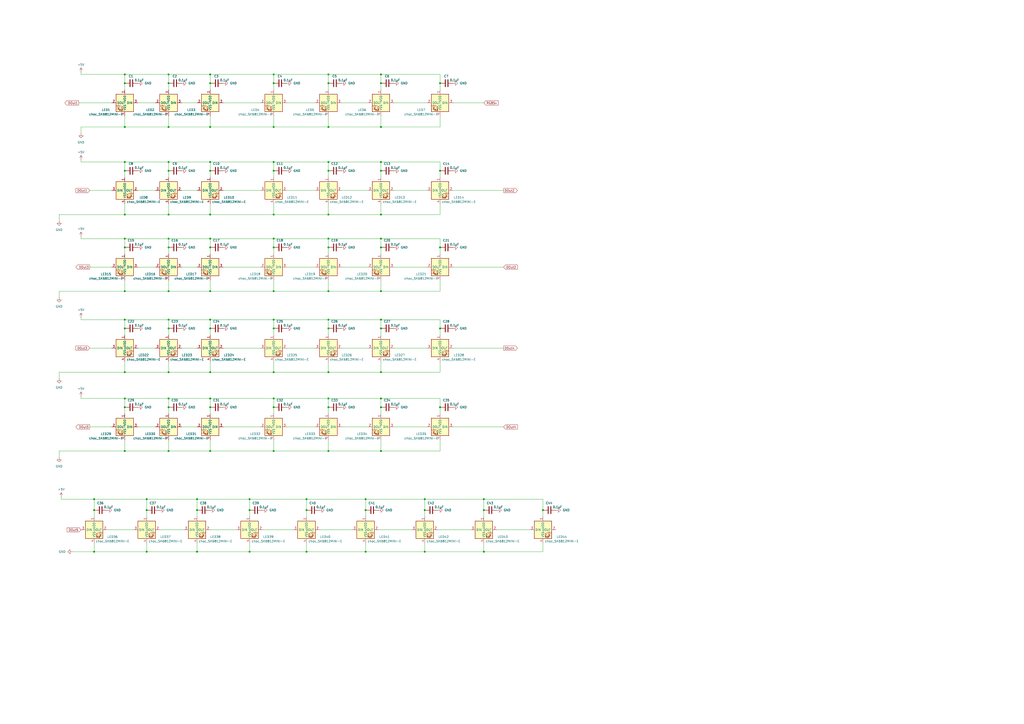
<source format=kicad_sch>
(kicad_sch (version 20250114) (generator "eeschema") (generator_version "9.0")
  (paper "A2")
  (junction (at 255.27 236.22))
  (junction (at 121.92 215.9))
  (junction (at 190.5 168.91))
  (junction (at 220.98 43.18))
  (junction (at 158.75 73.66))
  (junction (at 72.39 231.14))
  (junction (at 121.92 93.98))
  (junction (at 97.79 73.66))
  (junction (at 97.79 168.91))
  (junction (at 72.39 124.46))
  (junction (at 212.09 320.04))
  (junction (at 114.3 295.91))
  (junction (at 158.75 48.26))
  (junction (at 72.39 99.06))
  (junction (at 114.3 320.04))
  (junction (at 54.61 295.91))
  (junction (at 158.75 190.5))
  (junction (at 97.79 185.42))
  (junction (at 158.75 236.22))
  (junction (at 72.39 168.91))
  (junction (at 97.79 261.62))
  (junction (at 220.98 143.51))
  (junction (at 121.92 124.46))
  (junction (at 85.09 295.91))
  (junction (at 97.79 93.98))
  (junction (at 97.79 124.46))
  (junction (at 190.5 190.5))
  (junction (at 97.79 236.22))
  (junction (at 72.39 43.18))
  (junction (at 158.75 99.06))
  (junction (at 121.92 99.06))
  (junction (at 190.5 138.43))
  (junction (at 220.98 73.66))
  (junction (at 158.75 124.46))
  (junction (at 280.67 320.04))
  (junction (at 190.5 143.51))
  (junction (at 190.5 185.42))
  (junction (at 54.61 320.04))
  (junction (at 97.79 231.14))
  (junction (at 158.75 185.42))
  (junction (at 190.5 215.9))
  (junction (at 220.98 168.91))
  (junction (at 121.92 236.22))
  (junction (at 121.92 231.14))
  (junction (at 72.39 48.26))
  (junction (at 158.75 261.62))
  (junction (at 144.78 320.04))
  (junction (at 177.8 295.91))
  (junction (at 121.92 43.18))
  (junction (at 54.61 289.56))
  (junction (at 158.75 143.51))
  (junction (at 177.8 320.04))
  (junction (at 220.98 215.9))
  (junction (at 220.98 261.62))
  (junction (at 220.98 231.14))
  (junction (at 190.5 124.46))
  (junction (at 121.92 138.43))
  (junction (at 190.5 99.06))
  (junction (at 72.39 143.51))
  (junction (at 97.79 215.9))
  (junction (at 97.79 143.51))
  (junction (at 72.39 215.9))
  (junction (at 85.09 289.56))
  (junction (at 255.27 190.5))
  (junction (at 144.78 295.91))
  (junction (at 158.75 43.18))
  (junction (at 255.27 143.51))
  (junction (at 220.98 93.98))
  (junction (at 190.5 43.18))
  (junction (at 220.98 236.22))
  (junction (at 220.98 138.43))
  (junction (at 220.98 48.26))
  (junction (at 97.79 99.06))
  (junction (at 190.5 236.22))
  (junction (at 72.39 138.43))
  (junction (at 220.98 190.5))
  (junction (at 246.38 320.04))
  (junction (at 144.78 289.56))
  (junction (at 121.92 261.62))
  (junction (at 220.98 185.42))
  (junction (at 220.98 99.06))
  (junction (at 255.27 48.26))
  (junction (at 246.38 295.91))
  (junction (at 72.39 236.22))
  (junction (at 97.79 190.5))
  (junction (at 97.79 138.43))
  (junction (at 72.39 190.5))
  (junction (at 72.39 73.66))
  (junction (at 158.75 168.91))
  (junction (at 314.96 295.91))
  (junction (at 158.75 231.14))
  (junction (at 72.39 261.62))
  (junction (at 121.92 190.5))
  (junction (at 280.67 289.56))
  (junction (at 72.39 93.98))
  (junction (at 158.75 93.98))
  (junction (at 177.8 289.56))
  (junction (at 190.5 261.62))
  (junction (at 212.09 289.56))
  (junction (at 158.75 215.9))
  (junction (at 255.27 99.06))
  (junction (at 114.3 289.56))
  (junction (at 121.92 143.51))
  (junction (at 190.5 231.14))
  (junction (at 121.92 168.91))
  (junction (at 72.39 185.42))
  (junction (at 121.92 73.66))
  (junction (at 97.79 43.18))
  (junction (at 85.09 320.04))
  (junction (at 97.79 48.26))
  (junction (at 121.92 185.42))
  (junction (at 158.75 138.43))
  (junction (at 212.09 295.91))
  (junction (at 190.5 48.26))
  (junction (at 220.98 124.46))
  (junction (at 121.92 48.26))
  (junction (at 280.67 295.91))
  (junction (at 190.5 73.66))
  (junction (at 246.38 289.56))
  (junction (at 190.5 93.98))
  (wire (pts (xy 46.99 92.71) (xy 46.99 93.98)))
  (wire (pts (xy 144.78 289.56) (xy 144.78 295.91)))
  (wire (pts (xy 54.61 289.56) (xy 35.56 289.56)))
  (wire (pts (xy 198.12 201.93) (xy 213.36 201.93)))
  (wire (pts (xy 46.99 73.66) (xy 72.39 73.66)))
  (wire (pts (xy 190.5 73.66) (xy 220.98 73.66)))
  (wire (pts (xy 121.92 209.55) (xy 121.92 215.9)))
  (wire (pts (xy 280.67 314.96) (xy 280.67 320.04)))
  (wire (pts (xy 158.75 102.87) (xy 158.75 99.06)))
  (wire (pts (xy 255.27 215.9) (xy 255.27 209.55)))
  (wire (pts (xy 129.54 201.93) (xy 151.13 201.93)))
  (wire (pts (xy 220.98 194.31) (xy 220.98 190.5)))
  (wire (pts (xy 97.79 102.87) (xy 97.79 99.06)))
  (wire (pts (xy 114.3 314.96) (xy 114.3 320.04)))
  (wire (pts (xy 158.75 209.55) (xy 158.75 215.9)))
  (wire (pts (xy 255.27 147.32) (xy 255.27 143.51)))
  (wire (pts (xy 198.12 154.94) (xy 213.36 154.94)))
  (wire (pts (xy 105.41 201.93) (xy 114.3 201.93)))
  (wire (pts (xy 228.6 247.65) (xy 247.65 247.65)))
  (wire (pts (xy 121.92 124.46) (xy 158.75 124.46)))
  (wire (pts (xy 190.5 231.14) (xy 220.98 231.14)))
  (wire (pts (xy 105.41 154.94) (xy 114.3 154.94)))
  (wire (pts (xy 190.5 261.62) (xy 220.98 261.62)))
  (wire (pts (xy 314.96 320.04) (xy 280.67 320.04)))
  (wire (pts (xy 121.92 48.26) (xy 121.92 43.18)))
  (wire (pts (xy 121.92 194.31) (xy 121.92 190.5)))
  (wire (pts (xy 129.54 154.94) (xy 151.13 154.94)))
  (wire (pts (xy 220.98 43.18) (xy 220.98 48.26)))
  (wire (pts (xy 34.29 261.62) (xy 72.39 261.62)))
  (wire (pts (xy 72.39 255.27) (xy 72.39 261.62)))
  (wire (pts (xy 72.39 194.31) (xy 72.39 190.5)))
  (wire (pts (xy 190.5 168.91) (xy 220.98 168.91)))
  (wire (pts (xy 158.75 147.32) (xy 158.75 143.51)))
  (wire (pts (xy 220.98 67.31) (xy 220.98 73.66)))
  (wire (pts (xy 255.27 138.43) (xy 255.27 143.51)))
  (wire (pts (xy 121.92 190.5) (xy 121.92 185.42)))
  (wire (pts (xy 144.78 299.72) (xy 144.78 295.91)))
  (wire (pts (xy 114.3 320.04) (xy 144.78 320.04)))
  (wire (pts (xy 121.92 52.07) (xy 121.92 48.26)))
  (wire (pts (xy 220.98 168.91) (xy 255.27 168.91)))
  (wire (pts (xy 220.98 93.98) (xy 255.27 93.98)))
  (wire (pts (xy 220.98 240.03) (xy 220.98 236.22)))
  (wire (pts (xy 46.99 231.14) (xy 72.39 231.14)))
  (wire (pts (xy 34.29 124.46) (xy 34.29 128.27)))
  (wire (pts (xy 46.99 229.87) (xy 46.99 231.14)))
  (wire (pts (xy 121.92 143.51) (xy 121.92 138.43)))
  (wire (pts (xy 158.75 118.11) (xy 158.75 124.46)))
  (wire (pts (xy 34.29 215.9) (xy 34.29 219.71)))
  (wire (pts (xy 144.78 289.56) (xy 177.8 289.56)))
  (wire (pts (xy 129.54 59.69) (xy 151.13 59.69)))
  (wire (pts (xy 158.75 168.91) (xy 190.5 168.91)))
  (wire (pts (xy 288.29 307.34) (xy 307.34 307.34)))
  (wire (pts (xy 72.39 215.9) (xy 97.79 215.9)))
  (wire (pts (xy 72.39 124.46) (xy 97.79 124.46)))
  (wire (pts (xy 121.92 99.06) (xy 121.92 93.98)))
  (wire (pts (xy 85.09 295.91) (xy 85.09 299.72)))
  (wire (pts (xy 219.71 307.34) (xy 238.76 307.34)))
  (wire (pts (xy 246.38 289.56) (xy 280.67 289.56)))
  (wire (pts (xy 158.75 185.42) (xy 158.75 190.5)))
  (wire (pts (xy 72.39 67.31) (xy 72.39 73.66)))
  (wire (pts (xy 80.01 59.69) (xy 90.17 59.69)))
  (wire (pts (xy 220.98 261.62) (xy 255.27 261.62)))
  (wire (pts (xy 166.37 110.49) (xy 182.88 110.49)))
  (wire (pts (xy 97.79 93.98) (xy 121.92 93.98)))
  (wire (pts (xy 52.07 110.49) (xy 64.77 110.49)))
  (wire (pts (xy 254 307.34) (xy 273.05 307.34)))
  (wire (pts (xy 97.79 240.03) (xy 97.79 236.22)))
  (wire (pts (xy 255.27 240.03) (xy 255.27 236.22)))
  (wire (pts (xy 220.98 124.46) (xy 255.27 124.46)))
  (wire (pts (xy 190.5 102.87) (xy 190.5 99.06)))
  (wire (pts (xy 166.37 59.69) (xy 182.88 59.69)))
  (wire (pts (xy 190.5 67.31) (xy 190.5 73.66)))
  (wire (pts (xy 121.92 93.98) (xy 158.75 93.98)))
  (wire (pts (xy 246.38 314.96) (xy 246.38 320.04)))
  (wire (pts (xy 220.98 147.32) (xy 220.98 143.51)))
  (wire (pts (xy 72.39 147.32) (xy 72.39 143.51)))
  (wire (pts (xy 72.39 138.43) (xy 97.79 138.43)))
  (wire (pts (xy 190.5 93.98) (xy 190.5 99.06)))
  (wire (pts (xy 105.41 59.69) (xy 114.3 59.69)))
  (wire (pts (xy 114.3 289.56) (xy 144.78 289.56)))
  (wire (pts (xy 97.79 255.27) (xy 97.79 261.62)))
  (wire (pts (xy 177.8 289.56) (xy 212.09 289.56)))
  (wire (pts (xy 72.39 168.91) (xy 97.79 168.91)))
  (wire (pts (xy 97.79 194.31) (xy 97.79 190.5)))
  (wire (pts (xy 158.75 231.14) (xy 190.5 231.14)))
  (wire (pts (xy 190.5 138.43) (xy 190.5 143.51)))
  (wire (pts (xy 158.75 93.98) (xy 158.75 99.06)))
  (wire (pts (xy 46.99 73.66) (xy 46.99 77.47)))
  (wire (pts (xy 158.75 261.62) (xy 190.5 261.62)))
  (wire (pts (xy 97.79 43.18) (xy 121.92 43.18)))
  (wire (pts (xy 255.27 93.98) (xy 255.27 99.06)))
  (wire (pts (xy 114.3 295.91) (xy 114.3 299.72)))
  (wire (pts (xy 158.75 73.66) (xy 190.5 73.66)))
  (wire (pts (xy 220.98 118.11) (xy 220.98 124.46)))
  (wire (pts (xy 220.98 209.55) (xy 220.98 215.9)))
  (wire (pts (xy 121.92 147.32) (xy 121.92 143.51)))
  (wire (pts (xy 34.29 168.91) (xy 72.39 168.91)))
  (wire (pts (xy 121.92 261.62) (xy 158.75 261.62)))
  (wire (pts (xy 46.99 184.15) (xy 46.99 185.42)))
  (wire (pts (xy 144.78 320.04) (xy 144.78 314.96)))
  (wire (pts (xy 97.79 261.62) (xy 121.92 261.62)))
  (wire (pts (xy 246.38 320.04) (xy 212.09 320.04)))
  (wire (pts (xy 46.99 43.18) (xy 72.39 43.18)))
  (wire (pts (xy 54.61 320.04) (xy 85.09 320.04)))
  (wire (pts (xy 158.75 138.43) (xy 158.75 143.51)))
  (wire (pts (xy 80.01 154.94) (xy 90.17 154.94)))
  (wire (pts (xy 158.75 215.9) (xy 190.5 215.9)))
  (wire (pts (xy 190.5 43.18) (xy 220.98 43.18)))
  (wire (pts (xy 262.89 59.69) (xy 280.67 59.69)))
  (wire (pts (xy 220.98 138.43) (xy 220.98 143.51)))
  (wire (pts (xy 198.12 247.65) (xy 213.36 247.65)))
  (wire (pts (xy 190.5 124.46) (xy 220.98 124.46)))
  (wire (pts (xy 85.09 320.04) (xy 114.3 320.04)))
  (wire (pts (xy 72.39 143.51) (xy 72.39 138.43)))
  (wire (pts (xy 158.75 93.98) (xy 190.5 93.98)))
  (wire (pts (xy 177.8 320.04) (xy 144.78 320.04)))
  (wire (pts (xy 212.09 314.96) (xy 212.09 320.04)))
  (wire (pts (xy 228.6 201.93) (xy 247.65 201.93)))
  (wire (pts (xy 34.29 215.9) (xy 72.39 215.9)))
  (wire (pts (xy 72.39 99.06) (xy 72.39 93.98)))
  (wire (pts (xy 198.12 110.49) (xy 213.36 110.49)))
  (wire (pts (xy 220.98 215.9) (xy 255.27 215.9)))
  (wire (pts (xy 158.75 67.31) (xy 158.75 73.66)))
  (wire (pts (xy 72.39 102.87) (xy 72.39 99.06)))
  (wire (pts (xy 80.01 110.49) (xy 90.17 110.49)))
  (wire (pts (xy 158.75 255.27) (xy 158.75 261.62)))
  (wire (pts (xy 34.29 261.62) (xy 34.29 265.43)))
  (wire (pts (xy 220.98 43.18) (xy 255.27 43.18)))
  (wire (pts (xy 314.96 299.72) (xy 314.96 295.91)))
  (wire (pts (xy 46.99 138.43) (xy 72.39 138.43)))
  (wire (pts (xy 190.5 93.98) (xy 220.98 93.98)))
  (wire (pts (xy 185.42 307.34) (xy 204.47 307.34)))
  (wire (pts (xy 129.54 110.49) (xy 151.13 110.49)))
  (wire (pts (xy 97.79 190.5) (xy 97.79 185.42)))
  (wire (pts (xy 262.89 247.65) (xy 292.1 247.65)))
  (wire (pts (xy 190.5 138.43) (xy 220.98 138.43)))
  (wire (pts (xy 121.92 231.14) (xy 158.75 231.14)))
  (wire (pts (xy 158.75 185.42) (xy 190.5 185.42)))
  (wire (pts (xy 190.5 185.42) (xy 190.5 190.5)))
  (wire (pts (xy 121.92 102.87) (xy 121.92 99.06)))
  (wire (pts (xy 46.99 93.98) (xy 72.39 93.98)))
  (wire (pts (xy 255.27 52.07) (xy 255.27 48.26)))
  (wire (pts (xy 85.09 289.56) (xy 114.3 289.56)))
  (wire (pts (xy 97.79 147.32) (xy 97.79 143.51)))
  (wire (pts (xy 255.27 73.66) (xy 255.27 67.31)))
  (wire (pts (xy 262.89 154.94) (xy 292.1 154.94)))
  (wire (pts (xy 212.09 289.56) (xy 246.38 289.56)))
  (wire (pts (xy 97.79 67.31) (xy 97.79 73.66)))
  (wire (pts (xy 158.75 43.18) (xy 158.75 48.26)))
  (wire (pts (xy 220.98 255.27) (xy 220.98 261.62)))
  (wire (pts (xy 97.79 168.91) (xy 121.92 168.91)))
  (wire (pts (xy 190.5 215.9) (xy 220.98 215.9)))
  (wire (pts (xy 121.92 215.9) (xy 158.75 215.9)))
  (wire (pts (xy 97.79 231.14) (xy 121.92 231.14)))
  (wire (pts (xy 121.92 162.56) (xy 121.92 168.91)))
  (wire (pts (xy 72.39 236.22) (xy 72.39 231.14)))
  (wire (pts (xy 220.98 138.43) (xy 255.27 138.43)))
  (wire (pts (xy 158.75 124.46) (xy 190.5 124.46)))
  (wire (pts (xy 72.39 162.56) (xy 72.39 168.91)))
  (wire (pts (xy 262.89 110.49) (xy 292.1 110.49)))
  (wire (pts (xy 190.5 231.14) (xy 190.5 236.22)))
  (wire (pts (xy 158.75 194.31) (xy 158.75 190.5)))
  (wire (pts (xy 72.39 209.55) (xy 72.39 215.9)))
  (wire (pts (xy 121.92 185.42) (xy 158.75 185.42)))
  (wire (pts (xy 255.27 43.18) (xy 255.27 48.26)))
  (wire (pts (xy 190.5 194.31) (xy 190.5 190.5)))
  (wire (pts (xy 152.4 307.34) (xy 170.18 307.34)))
  (wire (pts (xy 72.39 190.5) (xy 72.39 185.42)))
  (wire (pts (xy 105.41 110.49) (xy 114.3 110.49)))
  (wire (pts (xy 121.92 73.66) (xy 158.75 73.66)))
  (wire (pts (xy 35.56 289.56) (xy 35.56 288.29)))
  (wire (pts (xy 54.61 295.91) (xy 54.61 299.72)))
  (wire (pts (xy 72.39 231.14) (xy 97.79 231.14)))
  (wire (pts (xy 228.6 110.49) (xy 247.65 110.49)))
  (wire (pts (xy 97.79 52.07) (xy 97.79 48.26)))
  (wire (pts (xy 190.5 118.11) (xy 190.5 124.46)))
  (wire (pts (xy 280.67 299.72) (xy 280.67 295.91)))
  (wire (pts (xy 255.27 168.91) (xy 255.27 162.56)))
  (wire (pts (xy 72.39 52.07) (xy 72.39 48.26)))
  (wire (pts (xy 121.92 307.34) (xy 137.16 307.34)))
  (wire (pts (xy 255.27 102.87) (xy 255.27 99.06)))
  (wire (pts (xy 280.67 289.56) (xy 314.96 289.56)))
  (wire (pts (xy 255.27 185.42) (xy 255.27 190.5)))
  (wire (pts (xy 72.39 118.11) (xy 72.39 124.46)))
  (wire (pts (xy 220.98 185.42) (xy 255.27 185.42)))
  (wire (pts (xy 97.79 138.43) (xy 121.92 138.43)))
  (wire (pts (xy 262.89 201.93) (xy 292.1 201.93)))
  (wire (pts (xy 190.5 185.42) (xy 220.98 185.42)))
  (wire (pts (xy 97.79 185.42) (xy 121.92 185.42)))
  (wire (pts (xy 212.09 289.56) (xy 212.09 295.91)))
  (wire (pts (xy 220.98 231.14) (xy 255.27 231.14)))
  (wire (pts (xy 121.92 255.27) (xy 121.92 261.62)))
  (wire (pts (xy 220.98 73.66) (xy 255.27 73.66)))
  (wire (pts (xy 212.09 299.72) (xy 212.09 295.91)))
  (wire (pts (xy 166.37 154.94) (xy 182.88 154.94)))
  (wire (pts (xy 190.5 52.07) (xy 190.5 48.26)))
  (wire (pts (xy 97.79 124.46) (xy 121.92 124.46)))
  (wire (pts (xy 72.39 240.03) (xy 72.39 236.22)))
  (wire (pts (xy 228.6 154.94) (xy 247.65 154.94)))
  (wire (pts (xy 121.92 168.91) (xy 158.75 168.91)))
  (wire (pts (xy 97.79 48.26) (xy 97.79 43.18)))
  (wire (pts (xy 190.5 162.56) (xy 190.5 168.91)))
  (wire (pts (xy 177.8 299.72) (xy 177.8 295.91)))
  (wire (pts (xy 80.01 247.65) (xy 90.17 247.65)))
  (wire (pts (xy 121.92 118.11) (xy 121.92 124.46)))
  (wire (pts (xy 190.5 255.27) (xy 190.5 261.62)))
  (wire (pts (xy 228.6 59.69) (xy 247.65 59.69)))
  (wire (pts (xy 46.99 41.91) (xy 46.99 43.18)))
  (wire (pts (xy 121.92 240.03) (xy 121.92 236.22)))
  (wire (pts (xy 72.39 93.98) (xy 97.79 93.98)))
  (wire (pts (xy 190.5 209.55) (xy 190.5 215.9)))
  (wire (pts (xy 92.71 307.34) (xy 106.68 307.34)))
  (wire (pts (xy 190.5 147.32) (xy 190.5 143.51)))
  (wire (pts (xy 177.8 289.56) (xy 177.8 295.91)))
  (wire (pts (xy 190.5 240.03) (xy 190.5 236.22)))
  (wire (pts (xy 255.27 194.31) (xy 255.27 190.5)))
  (wire (pts (xy 54.61 295.91) (xy 54.61 289.56)))
  (wire (pts (xy 255.27 231.14) (xy 255.27 236.22)))
  (wire (pts (xy 52.07 154.94) (xy 64.77 154.94)))
  (wire (pts (xy 54.61 314.96) (xy 54.61 320.04)))
  (wire (pts (xy 129.54 247.65) (xy 151.13 247.65)))
  (wire (pts (xy 80.01 201.93) (xy 90.17 201.93)))
  (wire (pts (xy 54.61 289.56) (xy 85.09 289.56)))
  (wire (pts (xy 158.75 162.56) (xy 158.75 168.91)))
  (wire (pts (xy 220.98 185.42) (xy 220.98 190.5)))
  (wire (pts (xy 255.27 261.62) (xy 255.27 255.27)))
  (wire (pts (xy 72.39 73.66) (xy 97.79 73.66)))
  (wire (pts (xy 72.39 48.26) (xy 72.39 43.18)))
  (wire (pts (xy 105.41 247.65) (xy 114.3 247.65)))
  (wire (pts (xy 158.75 52.07) (xy 158.75 48.26)))
  (wire (pts (xy 97.79 73.66) (xy 121.92 73.66)))
  (wire (pts (xy 46.99 137.16) (xy 46.99 138.43)))
  (wire (pts (xy 190.5 43.18) (xy 190.5 48.26)))
  (wire (pts (xy 246.38 289.56) (xy 246.38 295.91)))
  (wire (pts (xy 166.37 247.65) (xy 182.88 247.65)))
  (wire (pts (xy 52.07 201.93) (xy 64.77 201.93)))
  (wire (pts (xy 72.39 185.42) (xy 97.79 185.42)))
  (wire (pts (xy 212.09 320.04) (xy 177.8 320.04)))
  (wire (pts (xy 220.98 93.98) (xy 220.98 99.06)))
  (wire (pts (xy 34.29 168.91) (xy 34.29 172.72)))
  (wire (pts (xy 158.75 138.43) (xy 190.5 138.43)))
  (wire (pts (xy 166.37 201.93) (xy 182.88 201.93)))
  (wire (pts (xy 246.38 299.72) (xy 246.38 295.91)))
  (wire (pts (xy 220.98 102.87) (xy 220.98 99.06)))
  (wire (pts (xy 54.61 320.04) (xy 41.91 320.04)))
  (wire (pts (xy 114.3 289.56) (xy 114.3 295.91)))
  (wire (pts (xy 121.92 138.43) (xy 158.75 138.43)))
  (wire (pts (xy 314.96 314.96) (xy 314.96 320.04)))
  (wire (pts (xy 314.96 289.56) (xy 314.96 295.91)))
  (wire (pts (xy 280.67 289.56) (xy 280.67 295.91)))
  (wire (pts (xy 97.79 99.06) (xy 97.79 93.98)))
  (wire (pts (xy 158.75 43.18) (xy 190.5 43.18)))
  (wire (pts (xy 220.98 231.14) (xy 220.98 236.22)))
  (wire (pts (xy 255.27 124.46) (xy 255.27 118.11)))
  (wire (pts (xy 72.39 43.18) (xy 97.79 43.18)))
  (wire (pts (xy 97.79 143.51) (xy 97.79 138.43)))
  (wire (pts (xy 280.67 320.04) (xy 246.38 320.04)))
  (wire (pts (xy 97.79 118.11) (xy 97.79 124.46)))
  (wire (pts (xy 46.99 185.42) (xy 72.39 185.42)))
  (wire (pts (xy 97.79 162.56) (xy 97.79 168.91)))
  (wire (pts (xy 177.8 314.96) (xy 177.8 320.04)))
  (wire (pts (xy 85.09 314.96) (xy 85.09 320.04)))
  (wire (pts (xy 158.75 231.14) (xy 158.75 236.22)))
  (wire (pts (xy 121.92 236.22) (xy 121.92 231.14)))
  (wire (pts (xy 97.79 215.9) (xy 121.92 215.9)))
  (wire (pts (xy 34.29 124.46) (xy 72.39 124.46)))
  (wire (pts (xy 52.07 247.65) (xy 64.77 247.65)))
  (wire (pts (xy 97.79 209.55) (xy 97.79 215.9)))
  (wire (pts (xy 97.79 236.22) (xy 97.79 231.14)))
  (wire (pts (xy 45.72 59.69) (xy 64.77 59.69)))
  (wire (pts (xy 220.98 52.07) (xy 220.98 48.26)))
  (wire (pts (xy 158.75 240.03) (xy 158.75 236.22)))
  (wire (pts (xy 72.39 261.62) (xy 97.79 261.62)))
  (wire (pts (xy 220.98 162.56) (xy 220.98 168.91)))
  (wire (pts (xy 121.92 43.18) (xy 158.75 43.18)))
  (wire (pts (xy 62.23 307.34) (xy 77.47 307.34)))
  (wire (pts (xy 85.09 289.56) (xy 85.09 295.91)))
  (wire (pts (xy 198.12 59.69) (xy 213.36 59.69)))
  (wire (pts (xy 121.92 67.31) (xy 121.92 73.66)))
  (global_label "DOut2" (shape output) (at 292.1 110.49 0) (property "Intersheetrefs" "${INTERSHEET_REFS}" (effects (hide yes))))
  (global_label "RGB5v" (shape input) (at 280.67 59.69 0) (property "Intersheetrefs" "${INTERSHEET_REFS}" (effects (hide yes))))
  (global_label "DOut1" (shape output) (at 45.72 59.69 180) (property "Intersheetrefs" "${INTERSHEET_REFS}" (effects (hide yes))))
  (global_label "DOut5" (shape output) (at 52.07 247.65 180) (property "Intersheetrefs" "${INTERSHEET_REFS}" (effects (hide yes))))
  (global_label "DOut1" (shape input) (at 52.07 110.49 180) (property "Intersheetrefs" "${INTERSHEET_REFS}" (effects (hide yes))))
  (global_label "DOut5" (shape input) (at 46.99 307.34 180) (property "Intersheetrefs" "${INTERSHEET_REFS}" (effects (hide yes))))
  (global_label "DOut2" (shape input) (at 292.1 154.94 0) (property "Intersheetrefs" "${INTERSHEET_REFS}" (effects (hide yes))))
  (global_label "DOut3" (shape output) (at 52.07 154.94 180) (property "Intersheetrefs" "${INTERSHEET_REFS}" (effects (hide yes))))
  (global_label "DOut4" (shape output) (at 292.1 201.93 0) (property "Intersheetrefs" "${INTERSHEET_REFS}" (effects (hide yes))))
  (global_label "DOut3" (shape input) (at 52.07 201.93 180) (property "Intersheetrefs" "${INTERSHEET_REFS}" (effects (hide yes))))
  (global_label "DOut4" (shape input) (at 292.1 247.65 0) (property "Intersheetrefs" "${INTERSHEET_REFS}" (effects (hide yes))))
  (symbol (lib_id "power:GND") (at 198.12 143.51 90) (unit 1)
    (property "Reference" "#PWR039" (effects (hide yes)))
    (property "Value" "GND" (at 201.93 143.5099 90) (effects (justify right)))
    (property "Description" "Power symbol creates a global label with name \"GND\" , ground" (effects (hide yes)))
  )
  (symbol (lib_id "PCM_marbastlib-choc:choc_SK6812MINI-E") (at 255.27 201.93 0) (unit 1)
    (property "Reference" "LED28" (at 266.192 205.994 0))
    (property "Value" "choc_SK6812MINI-E" (at 266.192 208.534 0))
    (property "Footprint" "PCM_marbastlib-choc:LED_choc_6028R" (effects (hide yes)))
    (property "Description" "Reverse mount adressable LED (WS2812 protocol)" (effects (hide yes)))
  )
  (symbol (lib_id "power:GND") (at 228.6 99.06 90) (unit 1)
    (property "Reference" "#PWR031" (effects (hide yes)))
    (property "Value" "GND" (at 232.41 99.0599 90) (effects (justify right)))
    (property "Description" "Power symbol creates a global label with name \"GND\" , ground" (effects (hide yes)))
  )
  (symbol (lib_id "PCM_marbastlib-choc:choc_SK6812MINI-E") (at 121.92 247.65 0) (mirror y) (unit 1)
    (property "Reference" "LED31" (at 110.998 251.714 0))
    (property "Value" "choc_SK6812MINI-E" (at 110.998 254.254 0))
    (property "Footprint" "PCM_marbastlib-choc:LED_choc_6028R" (effects (hide yes)))
    (property "Description" "Reverse mount adressable LED (WS2812 protocol)" (effects (hide yes)))
  )
  (symbol (lib_id "Device:C") (at 224.79 99.06 90) (unit 1)
    (property "Reference" "C13" (at 224.536 94.996 90))
    (property "Value" "0.1uF" (at 229.362 97.282 90))
    (property "Footprint" "Capacitor_SMD:C_0402_1005Metric" (effects (hide yes)))
    (property "Description" "Unpolarized capacitor" (effects (hide yes)))
  )
  (symbol (lib_id "Device:C") (at 148.59 295.91 90) (unit 1)
    (property "Reference" "C39" (at 148.336 291.846 90))
    (property "Value" "0.1uF" (at 153.162 294.132 90))
    (property "Footprint" "Capacitor_SMD:C_0402_1005Metric" (effects (hide yes)))
    (property "Description" "Unpolarized capacitor" (effects (hide yes)))
  )
  (symbol (lib_id "power:GND") (at 152.4 295.91 90) (unit 1)
    (property "Reference" "#PWR079" (effects (hide yes)))
    (property "Value" "GND" (at 156.21 295.9099 90) (effects (justify right)))
    (property "Description" "Power symbol creates a global label with name \"GND\" , ground" (effects (hide yes)))
  )
  (symbol (lib_id "PCM_marbastlib-choc:choc_SK6812MINI-E") (at 158.75 110.49 0) (unit 1)
    (property "Reference" "LED11" (at 169.418 114.554 0))
    (property "Value" "choc_SK6812MINI-E" (at 169.418 117.094 0))
    (property "Footprint" "PCM_marbastlib-choc:LED_choc_6028R" (effects (hide yes)))
    (property "Description" "Reverse mount adressable LED (WS2812 protocol)" (effects (hide yes)))
  )
  (symbol (lib_id "Device:C") (at 118.11 295.91 90) (unit 1)
    (property "Reference" "C38" (at 117.856 291.846 90))
    (property "Value" "0.1uF" (at 122.682 294.132 90))
    (property "Footprint" "Capacitor_SMD:C_0402_1005Metric" (effects (hide yes)))
    (property "Description" "Unpolarized capacitor" (effects (hide yes)))
  )
  (symbol (lib_id "PCM_marbastlib-choc:choc_SK6812MINI-E") (at 114.3 307.34 0) (unit 1)
    (property "Reference" "LED38" (at 124.968 311.404 0))
    (property "Value" "choc_SK6812MINI-E" (at 124.968 313.944 0))
    (property "Footprint" "PCM_marbastlib-choc:LED_choc_6028R" (effects (hide yes)))
    (property "Description" "Reverse mount adressable LED (WS2812 protocol)" (effects (hide yes)))
  )
  (symbol (lib_id "PCM_marbastlib-choc:choc_SK6812MINI-E") (at 158.75 59.69 0) (mirror y) (unit 1)
    (property "Reference" "LED4" (at 148.082 63.754 0))
    (property "Value" "choc_SK6812MINI-E" (at 148.082 66.294 0))
    (property "Footprint" "PCM_marbastlib-choc:LED_choc_6028R" (effects (hide yes)))
    (property "Description" "Reverse mount adressable LED (WS2812 protocol)" (effects (hide yes)))
  )
  (symbol (lib_id "Device:C") (at 162.56 143.51 90) (unit 1)
    (property "Reference" "C18" (at 162.306 139.446 90))
    (property "Value" "0.1uF" (at 167.132 141.732 90))
    (property "Footprint" "Capacitor_SMD:C_0402_1005Metric" (effects (hide yes)))
    (property "Description" "Unpolarized capacitor" (effects (hide yes)))
  )
  (symbol (lib_id "power:GND") (at 80.01 99.06 90) (unit 1)
    (property "Reference" "#PWR026" (effects (hide yes)))
    (property "Value" "GND" (at 83.82 99.0599 90) (effects (justify right)))
    (property "Description" "Power symbol creates a global label with name \"GND\" , ground" (effects (hide yes)))
  )
  (symbol (lib_id "power:GND") (at 105.41 190.5 90) (unit 1)
    (property "Reference" "#PWR045" (effects (hide yes)))
    (property "Value" "GND" (at 109.22 190.4999 90) (effects (justify right)))
    (property "Description" "Power symbol creates a global label with name \"GND\" , ground" (effects (hide yes)))
  )
  (symbol (lib_id "PCM_marbastlib-choc:choc_SK6812MINI-E") (at 97.79 59.69 0) (mirror y) (unit 1)
    (property "Reference" "LED2" (at 87.122 63.754 0))
    (property "Value" "choc_SK6812MINI-E" (at 87.122 66.294 0))
    (property "Footprint" "PCM_marbastlib-choc:LED_choc_6028R" (effects (hide yes)))
    (property "Description" "Reverse mount adressable LED (WS2812 protocol)" (effects (hide yes)))
  )
  (symbol (lib_id "PCM_marbastlib-choc:choc_SK6812MINI-E") (at 255.27 110.49 0) (unit 1)
    (property "Reference" "LED14" (at 266.192 114.554 0))
    (property "Value" "choc_SK6812MINI-E" (at 266.192 117.094 0))
    (property "Footprint" "PCM_marbastlib-choc:LED_choc_6028R" (effects (hide yes)))
    (property "Description" "Reverse mount adressable LED (WS2812 protocol)" (effects (hide yes)))
  )
  (symbol (lib_id "Device:C") (at 76.2 143.51 90) (unit 1)
    (property "Reference" "C15" (at 75.946 139.446 90))
    (property "Value" "0.1uF" (at 80.772 141.732 90))
    (property "Footprint" "Capacitor_SMD:C_0402_1005Metric" (effects (hide yes)))
    (property "Description" "Unpolarized capacitor" (effects (hide yes)))
  )
  (symbol (lib_id "power:GND") (at 198.12 48.26 90) (unit 1)
    (property "Reference" "#PWR021" (effects (hide yes)))
    (property "Value" "GND" (at 201.93 48.2599 90) (effects (justify right)))
    (property "Description" "Power symbol creates a global label with name \"GND\" , ground" (effects (hide yes)))
  )
  (symbol (lib_id "Device:C") (at 250.19 295.91 90) (unit 1)
    (property "Reference" "C42" (at 249.936 291.846 90))
    (property "Value" "0.1uF" (at 254.762 294.132 90))
    (property "Footprint" "Capacitor_SMD:C_0402_1005Metric" (effects (hide yes)))
    (property "Description" "Unpolarized capacitor" (effects (hide yes)))
  )
  (symbol (lib_id "Device:C") (at 259.08 99.06 90) (unit 1)
    (property "Reference" "C14" (at 258.826 94.996 90))
    (property "Value" "0.1uF" (at 263.652 97.282 90))
    (property "Footprint" "Capacitor_SMD:C_0402_1005Metric" (effects (hide yes)))
    (property "Description" "Unpolarized capacitor" (effects (hide yes)))
  )
  (symbol (lib_id "power:GND") (at 92.71 295.91 90) (unit 1)
    (property "Reference" "#PWR077" (effects (hide yes)))
    (property "Value" "GND" (at 96.52 295.9099 90) (effects (justify right)))
    (property "Description" "Power symbol creates a global label with name \"GND\" , ground" (effects (hide yes)))
  )
  (symbol (lib_id "power:GND") (at 254 295.91 90) (unit 1)
    (property "Reference" "#PWR084" (effects (hide yes)))
    (property "Value" "GND" (at 257.81 295.9099 90) (effects (justify right)))
    (property "Description" "Power symbol creates a global label with name \"GND\" , ground" (effects (hide yes)))
  )
  (symbol (lib_id "Device:C") (at 194.31 48.26 90) (unit 1)
    (property "Reference" "C5" (at 194.056 44.196 90))
    (property "Value" "0.1uF" (at 198.882 46.482 90))
    (property "Footprint" "Capacitor_SMD:C_0402_1005Metric" (effects (hide yes)))
    (property "Description" "Unpolarized capacitor" (effects (hide yes)))
  )
  (symbol (lib_id "Device:C") (at 101.6 143.51 90) (unit 1)
    (property "Reference" "C16" (at 101.346 139.446 90))
    (property "Value" "0.1uF" (at 106.172 141.732 90))
    (property "Footprint" "Capacitor_SMD:C_0402_1005Metric" (effects (hide yes)))
    (property "Description" "Unpolarized capacitor" (effects (hide yes)))
  )
  (symbol (lib_id "power:GND") (at 262.89 48.26 90) (unit 1)
    (property "Reference" "#PWR023" (effects (hide yes)))
    (property "Value" "GND" (at 266.7 48.2599 90) (effects (justify right)))
    (property "Description" "Power symbol creates a global label with name \"GND\" , ground" (effects (hide yes)))
  )
  (symbol (lib_id "power:GND") (at 166.37 48.26 90) (unit 1)
    (property "Reference" "#PWR020" (effects (hide yes)))
    (property "Value" "GND" (at 170.18 48.2599 90) (effects (justify right)))
    (property "Description" "Power symbol creates a global label with name \"GND\" , ground" (effects (hide yes)))
  )
  (symbol (lib_id "Device:C") (at 58.42 295.91 90) (unit 1)
    (property "Reference" "C36" (at 58.166 291.846 90))
    (property "Value" "0.1uF" (at 62.992 294.132 90))
    (property "Footprint" "Capacitor_SMD:C_0402_1005Metric" (effects (hide yes)))
    (property "Description" "Unpolarized capacitor" (effects (hide yes)))
  )
  (symbol (lib_id "power:GND") (at 80.01 48.26 90) (unit 1)
    (property "Reference" "#PWR017" (effects (hide yes)))
    (property "Value" "GND" (at 83.82 48.2599 90) (effects (justify right)))
    (property "Description" "Power symbol creates a global label with name \"GND\" , ground" (effects (hide yes)))
  )
  (symbol (lib_id "power:GND") (at 34.29 219.71 0) (unit 1)
    (property "Reference" "#PWR051" (effects (hide yes)))
    (property "Value" "GND" (at 34.29 224.79 0))
    (property "Description" "Power symbol creates a global label with name \"GND\" , ground" (effects (hide yes)))
  )
  (symbol (lib_id "power:GND") (at 288.29 295.91 90) (unit 1)
    (property "Reference" "#PWR063" (effects (hide yes)))
    (property "Value" "GND" (at 292.1 295.9099 90) (effects (justify right)))
    (property "Description" "Power symbol creates a global label with name \"GND\" , ground" (effects (hide yes)))
  )
  (symbol (lib_id "PCM_marbastlib-choc:choc_SK6812MINI-E") (at 97.79 110.49 0) (unit 1)
    (property "Reference" "LED9" (at 108.458 114.554 0))
    (property "Value" "choc_SK6812MINI-E" (at 108.458 117.094 0))
    (property "Footprint" "PCM_marbastlib-choc:LED_choc_6028R" (effects (hide yes)))
    (property "Description" "Reverse mount adressable LED (WS2812 protocol)" (effects (hide yes)))
  )
  (symbol (lib_id "power:GND") (at 62.23 295.91 90) (unit 1)
    (property "Reference" "#PWR076" (effects (hide yes)))
    (property "Value" "GND" (at 66.04 295.9099 90) (effects (justify right)))
    (property "Description" "Power symbol creates a global label with name \"GND\" , ground" (effects (hide yes)))
  )
  (symbol (lib_id "power:GND") (at 198.12 99.06 90) (unit 1)
    (property "Reference" "#PWR030" (effects (hide yes)))
    (property "Value" "GND" (at 201.93 99.0599 90) (effects (justify right)))
    (property "Description" "Power symbol creates a global label with name \"GND\" , ground" (effects (hide yes)))
  )
  (symbol (lib_id "PCM_marbastlib-choc:choc_SK6812MINI-E") (at 220.98 110.49 0) (unit 1)
    (property "Reference" "LED13" (at 231.902 114.554 0))
    (property "Value" "choc_SK6812MINI-E" (at 231.902 117.094 0))
    (property "Footprint" "PCM_marbastlib-choc:LED_choc_6028R" (effects (hide yes)))
    (property "Description" "Reverse mount adressable LED (WS2812 protocol)" (effects (hide yes)))
  )
  (symbol (lib_id "Device:C") (at 162.56 236.22 90) (unit 1)
    (property "Reference" "C32" (at 162.306 232.156 90))
    (property "Value" "0.1uF" (at 167.132 234.442 90))
    (property "Footprint" "Capacitor_SMD:C_0402_1005Metric" (effects (hide yes)))
    (property "Description" "Unpolarized capacitor" (effects (hide yes)))
  )
  (symbol (lib_id "PCM_marbastlib-choc:choc_SK6812MINI-E") (at 314.96 307.34 0) (unit 1)
    (property "Reference" "LED44" (at 325.882 311.404 0))
    (property "Value" "choc_SK6812MINI-E" (at 325.882 313.944 0))
    (property "Footprint" "PCM_marbastlib-choc:LED_choc_6028R" (effects (hide yes)))
    (property "Description" "Reverse mount adressable LED (WS2812 protocol)" (effects (hide yes)))
  )
  (symbol (lib_id "power:GND") (at 262.89 236.22 90) (unit 1)
    (property "Reference" "#PWR059" (effects (hide yes)))
    (property "Value" "GND" (at 266.7 236.2199 90) (effects (justify right)))
    (property "Description" "Power symbol creates a global label with name \"GND\" , ground" (effects (hide yes)))
  )
  (symbol (lib_id "PCM_marbastlib-choc:choc_SK6812MINI-E") (at 177.8 307.34 0) (unit 1)
    (property "Reference" "LED40" (at 188.722 311.404 0))
    (property "Value" "choc_SK6812MINI-E" (at 188.722 313.944 0))
    (property "Footprint" "PCM_marbastlib-choc:LED_choc_6028R" (effects (hide yes)))
    (property "Description" "Reverse mount adressable LED (WS2812 protocol)" (effects (hide yes)))
  )
  (symbol (lib_id "PCM_marbastlib-choc:choc_SK6812MINI-E") (at 121.92 110.49 0) (unit 1)
    (property "Reference" "LED10" (at 132.842 114.554 0))
    (property "Value" "choc_SK6812MINI-E" (at 132.842 117.094 0))
    (property "Footprint" "PCM_marbastlib-choc:LED_choc_6028R" (effects (hide yes)))
    (property "Description" "Reverse mount adressable LED (WS2812 protocol)" (effects (hide yes)))
  )
  (symbol (lib_id "power:GND") (at 129.54 143.51 90) (unit 1)
    (property "Reference" "#PWR037" (effects (hide yes)))
    (property "Value" "GND" (at 133.35 143.5099 90) (effects (justify right)))
    (property "Description" "Power symbol creates a global label with name \"GND\" , ground" (effects (hide yes)))
  )
  (symbol (lib_id "power:GND") (at 105.41 48.26 90) (unit 1)
    (property "Reference" "#PWR018" (effects (hide yes)))
    (property "Value" "GND" (at 109.22 48.2599 90) (effects (justify right)))
    (property "Description" "Power symbol creates a global label with name \"GND\" , ground" (effects (hide yes)))
  )
  (symbol (lib_id "PCM_marbastlib-choc:choc_SK6812MINI-E") (at 220.98 154.94 0) (mirror y) (unit 1)
    (property "Reference" "LED20" (at 210.058 159.004 0))
    (property "Value" "choc_SK6812MINI-E" (at 210.058 161.544 0))
    (property "Footprint" "PCM_marbastlib-choc:LED_choc_6028R" (effects (hide yes)))
    (property "Description" "Reverse mount adressable LED (WS2812 protocol)" (effects (hide yes)))
  )
  (symbol (lib_id "PCM_marbastlib-choc:choc_SK6812MINI-E") (at 158.75 201.93 0) (unit 1)
    (property "Reference" "LED25" (at 169.418 205.994 0))
    (property "Value" "choc_SK6812MINI-E" (at 169.418 208.534 0))
    (property "Footprint" "PCM_marbastlib-choc:LED_choc_6028R" (effects (hide yes)))
    (property "Description" "Reverse mount adressable LED (WS2812 protocol)" (effects (hide yes)))
  )
  (symbol (lib_id "power:GND") (at 185.42 295.91 90) (unit 1)
    (property "Reference" "#PWR082" (effects (hide yes)))
    (property "Value" "GND" (at 189.23 295.9099 90) (effects (justify right)))
    (property "Description" "Power symbol creates a global label with name \"GND\" , ground" (effects (hide yes)))
  )
  (symbol (lib_id "Device:C") (at 88.9 295.91 90) (unit 1)
    (property "Reference" "C37" (at 88.646 291.846 90))
    (property "Value" "0.1uF" (at 93.472 294.132 90))
    (property "Footprint" "Capacitor_SMD:C_0402_1005Metric" (effects (hide yes)))
    (property "Description" "Unpolarized capacitor" (effects (hide yes)))
  )
  (symbol (lib_id "Device:C") (at 76.2 190.5 90) (unit 1)
    (property "Reference" "C22" (at 75.946 186.436 90))
    (property "Value" "0.1uF" (at 80.772 188.722 90))
    (property "Footprint" "Capacitor_SMD:C_0402_1005Metric" (effects (hide yes)))
    (property "Description" "Unpolarized capacitor" (effects (hide yes)))
  )
  (symbol (lib_id "PCM_marbastlib-choc:choc_SK6812MINI-E") (at 85.09 307.34 0) (unit 1)
    (property "Reference" "LED37" (at 96.012 311.404 0))
    (property "Value" "choc_SK6812MINI-E" (at 96.012 313.944 0))
    (property "Footprint" "PCM_marbastlib-choc:LED_choc_6028R" (effects (hide yes)))
    (property "Description" "Reverse mount adressable LED (WS2812 protocol)" (effects (hide yes)))
  )
  (symbol (lib_id "Device:C") (at 224.79 143.51 90) (unit 1)
    (property "Reference" "C20" (at 224.536 139.446 90))
    (property "Value" "0.1uF" (at 229.362 141.732 90))
    (property "Footprint" "Capacitor_SMD:C_0402_1005Metric" (effects (hide yes)))
    (property "Description" "Unpolarized capacitor" (effects (hide yes)))
  )
  (symbol (lib_id "power:GND") (at 262.89 143.51 90) (unit 1)
    (property "Reference" "#PWR041" (effects (hide yes)))
    (property "Value" "GND" (at 266.7 143.5099 90) (effects (justify right)))
    (property "Description" "Power symbol creates a global label with name \"GND\" , ground" (effects (hide yes)))
  )
  (symbol (lib_id "power:GND") (at 80.01 190.5 90) (unit 1)
    (property "Reference" "#PWR044" (effects (hide yes)))
    (property "Value" "GND" (at 83.82 190.4999 90) (effects (justify right)))
    (property "Description" "Power symbol creates a global label with name \"GND\" , ground" (effects (hide yes)))
  )
  (symbol (lib_id "PCM_marbastlib-choc:choc_SK6812MINI-E") (at 220.98 201.93 0) (unit 1)
    (property "Reference" "LED27" (at 231.902 205.994 0))
    (property "Value" "choc_SK6812MINI-E" (at 231.902 208.534 0))
    (property "Footprint" "PCM_marbastlib-choc:LED_choc_6028R" (effects (hide yes)))
    (property "Description" "Reverse mount adressable LED (WS2812 protocol)" (effects (hide yes)))
  )
  (symbol (lib_id "Device:C") (at 162.56 99.06 90) (unit 1)
    (property "Reference" "C11" (at 162.306 94.996 90))
    (property "Value" "0.1uF" (at 167.132 97.282 90))
    (property "Footprint" "Capacitor_SMD:C_0402_1005Metric" (effects (hide yes)))
    (property "Description" "Unpolarized capacitor" (effects (hide yes)))
  )
  (symbol (lib_id "Device:C") (at 259.08 143.51 90) (unit 1)
    (property "Reference" "C21" (at 258.826 139.446 90))
    (property "Value" "0.1uF" (at 263.652 141.732 90))
    (property "Footprint" "Capacitor_SMD:C_0402_1005Metric" (effects (hide yes)))
    (property "Description" "Unpolarized capacitor" (effects (hide yes)))
  )
  (symbol (lib_id "PCM_marbastlib-choc:choc_SK6812MINI-E") (at 121.92 201.93 0) (unit 1)
    (property "Reference" "LED24" (at 132.842 205.994 0))
    (property "Value" "choc_SK6812MINI-E" (at 132.842 208.534 0))
    (property "Footprint" "PCM_marbastlib-choc:LED_choc_6028R" (effects (hide yes)))
    (property "Description" "Reverse mount adressable LED (WS2812 protocol)" (effects (hide yes)))
  )
  (symbol (lib_id "Device:C") (at 181.61 295.91 90) (unit 1)
    (property "Reference" "C40" (at 181.356 291.846 90))
    (property "Value" "0.1uF" (at 186.182 294.132 90))
    (property "Footprint" "Capacitor_SMD:C_0402_1005Metric" (effects (hide yes)))
    (property "Description" "Unpolarized capacitor" (effects (hide yes)))
  )
  (symbol (lib_id "PCM_marbastlib-choc:choc_SK6812MINI-E") (at 97.79 201.93 0) (unit 1)
    (property "Reference" "LED23" (at 108.458 205.994 0))
    (property "Value" "choc_SK6812MINI-E" (at 108.458 208.534 0))
    (property "Footprint" "PCM_marbastlib-choc:LED_choc_6028R" (effects (hide yes)))
    (property "Description" "Reverse mount adressable LED (WS2812 protocol)" (effects (hide yes)))
  )
  (symbol (lib_id "power:GND") (at 166.37 143.51 90) (unit 1)
    (property "Reference" "#PWR038" (effects (hide yes)))
    (property "Value" "GND" (at 170.18 143.5099 90) (effects (justify right)))
    (property "Description" "Power symbol creates a global label with name \"GND\" , ground" (effects (hide yes)))
  )
  (symbol (lib_id "power:GND") (at 41.91 320.04 270) (unit 1)
    (property "Reference" "#PWR080" (effects (hide yes)))
    (property "Value" "GND" (at 38.1 320.0399 90) (effects (justify right)))
    (property "Description" "Power symbol creates a global label with name \"GND\" , ground" (effects (hide yes)))
  )
  (symbol (lib_id "power:GND") (at 34.29 265.43 0) (unit 1)
    (property "Reference" "#PWR074" (effects (hide yes)))
    (property "Value" "GND" (at 34.29 270.51 0))
    (property "Description" "Power symbol creates a global label with name \"GND\" , ground" (effects (hide yes)))
  )
  (symbol (lib_id "power:GND") (at 198.12 190.5 90) (unit 1)
    (property "Reference" "#PWR048" (effects (hide yes)))
    (property "Value" "GND" (at 201.93 190.4999 90) (effects (justify right)))
    (property "Description" "Power symbol creates a global label with name \"GND\" , ground" (effects (hide yes)))
  )
  (symbol (lib_id "Device:C") (at 76.2 48.26 90) (unit 1)
    (property "Reference" "C1" (at 75.946 44.196 90))
    (property "Value" "0.1uF" (at 80.772 46.482 90))
    (property "Footprint" "Capacitor_SMD:C_0402_1005Metric" (effects (hide yes)))
    (property "Description" "Unpolarized capacitor" (effects (hide yes)))
  )
  (symbol (lib_id "PCM_marbastlib-choc:choc_SK6812MINI-E") (at 144.78 307.34 0) (unit 1)
    (property "Reference" "LED39" (at 155.702 311.404 0))
    (property "Value" "choc_SK6812MINI-E" (at 155.702 313.944 0))
    (property "Footprint" "PCM_marbastlib-choc:LED_choc_6028R" (effects (hide yes)))
    (property "Description" "Reverse mount adressable LED (WS2812 protocol)" (effects (hide yes)))
  )
  (symbol (lib_id "power:GND") (at 322.58 295.91 90) (unit 1)
    (property "Reference" "#PWR085" (effects (hide yes)))
    (property "Value" "GND" (at 326.39 295.9099 90) (effects (justify right)))
    (property "Description" "Power symbol creates a global label with name \"GND\" , ground" (effects (hide yes)))
  )
  (symbol (lib_id "Device:C") (at 318.77 295.91 90) (unit 1)
    (property "Reference" "C44" (at 318.516 291.846 90))
    (property "Value" "0.1uF" (at 323.342 294.132 90))
    (property "Footprint" "Capacitor_SMD:C_0402_1005Metric" (effects (hide yes)))
    (property "Description" "Unpolarized capacitor" (effects (hide yes)))
  )
  (symbol (lib_id "power:GND") (at 46.99 77.47 0) (unit 1)
    (property "Reference" "#PWR024" (effects (hide yes)))
    (property "Value" "GND" (at 46.99 82.55 0))
    (property "Description" "Power symbol creates a global label with name \"GND\" , ground" (effects (hide yes)))
  )
  (symbol (lib_id "Device:C") (at 125.73 48.26 90) (unit 1)
    (property "Reference" "C3" (at 125.476 44.196 90))
    (property "Value" "0.1uF" (at 130.302 46.482 90))
    (property "Footprint" "Capacitor_SMD:C_0402_1005Metric" (effects (hide yes)))
    (property "Description" "Unpolarized capacitor" (effects (hide yes)))
  )
  (symbol (lib_id "power:GND") (at 105.41 143.51 90) (unit 1)
    (property "Reference" "#PWR036" (effects (hide yes)))
    (property "Value" "GND" (at 109.22 143.5099 90) (effects (justify right)))
    (property "Description" "Power symbol creates a global label with name \"GND\" , ground" (effects (hide yes)))
  )
  (symbol (lib_id "power:GND") (at 166.37 190.5 90) (unit 1)
    (property "Reference" "#PWR047" (effects (hide yes)))
    (property "Value" "GND" (at 170.18 190.4999 90) (effects (justify right)))
    (property "Description" "Power symbol creates a global label with name \"GND\" , ground" (effects (hide yes)))
  )
  (symbol (lib_id "PCM_marbastlib-choc:choc_SK6812MINI-E") (at 255.27 59.69 0) (mirror y) (unit 1)
    (property "Reference" "LED7" (at 244.348 63.754 0))
    (property "Value" "choc_SK6812MINI-E" (at 244.348 66.294 0))
    (property "Footprint" "PCM_marbastlib-choc:LED_choc_6028R" (effects (hide yes)))
    (property "Description" "Reverse mount adressable LED (WS2812 protocol)" (effects (hide yes)))
  )
  (symbol (lib_id "Device:C") (at 125.73 236.22 90) (unit 1)
    (property "Reference" "C31" (at 125.476 232.156 90))
    (property "Value" "0.1uF" (at 130.302 234.442 90))
    (property "Footprint" "Capacitor_SMD:C_0402_1005Metric" (effects (hide yes)))
    (property "Description" "Unpolarized capacitor" (effects (hide yes)))
  )
  (symbol (lib_id "power:GND") (at 228.6 143.51 90) (unit 1)
    (property "Reference" "#PWR040" (effects (hide yes)))
    (property "Value" "GND" (at 232.41 143.5099 90) (effects (justify right)))
    (property "Description" "Power symbol creates a global label with name \"GND\" , ground" (effects (hide yes)))
  )
  (symbol (lib_id "Device:C") (at 224.79 190.5 90) (unit 1)
    (property "Reference" "C27" (at 224.536 186.436 90))
    (property "Value" "0.1uF" (at 229.362 188.722 90))
    (property "Footprint" "Capacitor_SMD:C_0402_1005Metric" (effects (hide yes)))
    (property "Description" "Unpolarized capacitor" (effects (hide yes)))
  )
  (symbol (lib_id "Device:C") (at 194.31 190.5 90) (unit 1)
    (property "Reference" "C26" (at 194.056 186.436 90))
    (property "Value" "0.1uF" (at 198.882 188.722 90))
    (property "Footprint" "Capacitor_SMD:C_0402_1005Metric" (effects (hide yes)))
    (property "Description" "Unpolarized capacitor" (effects (hide yes)))
  )
  (symbol (lib_id "PCM_marbastlib-choc:choc_SK6812MINI-E") (at 255.27 154.94 0) (mirror y) (unit 1)
    (property "Reference" "LED21" (at 244.348 159.004 0))
    (property "Value" "choc_SK6812MINI-E" (at 244.348 161.544 0))
    (property "Footprint" "PCM_marbastlib-choc:LED_choc_6028R" (effects (hide yes)))
    (property "Description" "Reverse mount adressable LED (WS2812 protocol)" (effects (hide yes)))
  )
  (symbol (lib_id "Device:C") (at 125.73 190.5 90) (unit 1)
    (property "Reference" "C24" (at 125.476 186.436 90))
    (property "Value" "0.1uF" (at 130.302 188.722 90))
    (property "Footprint" "Capacitor_SMD:C_0402_1005Metric" (effects (hide yes)))
    (property "Description" "Unpolarized capacitor" (effects (hide yes)))
  )
  (symbol (lib_id "power:GND") (at 34.29 128.27 0) (unit 1)
    (property "Reference" "#PWR033" (effects (hide yes)))
    (property "Value" "GND" (at 34.29 133.35 0))
    (property "Description" "Power symbol creates a global label with name \"GND\" , ground" (effects (hide yes)))
  )
  (symbol (lib_id "PCM_marbastlib-choc:choc_SK6812MINI-E") (at 72.39 201.93 0) (unit 1)
    (property "Reference" "LED22" (at 83.312 205.994 0))
    (property "Value" "choc_SK6812MINI-E" (at 83.312 208.534 0))
    (property "Footprint" "PCM_marbastlib-choc:LED_choc_6028R" (effects (hide yes)))
    (property "Description" "Reverse mount adressable LED (WS2812 protocol)" (effects (hide yes)))
  )
  (symbol (lib_id "power:GND") (at 228.6 48.26 90) (unit 1)
    (property "Reference" "#PWR022" (effects (hide yes)))
    (property "Value" "GND" (at 232.41 48.2599 90) (effects (justify right)))
    (property "Description" "Power symbol creates a global label with name \"GND\" , ground" (effects (hide yes)))
  )
  (symbol (lib_id "Device:C") (at 76.2 99.06 90) (unit 1)
    (property "Reference" "C8" (at 75.946 94.996 90))
    (property "Value" "0.1uF" (at 80.772 97.282 90))
    (property "Footprint" "Capacitor_SMD:C_0402_1005Metric" (effects (hide yes)))
    (property "Description" "Unpolarized capacitor" (effects (hide yes)))
  )
  (symbol (lib_id "PCM_marbastlib-choc:choc_SK6812MINI-E") (at 158.75 247.65 0) (mirror y) (unit 1)
    (property "Reference" "LED32" (at 148.082 251.714 0))
    (property "Value" "choc_SK6812MINI-E" (at 148.082 254.254 0))
    (property "Footprint" "PCM_marbastlib-choc:LED_choc_6028R" (effects (hide yes)))
    (property "Description" "Reverse mount adressable LED (WS2812 protocol)" (effects (hide yes)))
  )
  (symbol (lib_id "power:GND") (at 80.01 236.22 90) (unit 1)
    (property "Reference" "#PWR053" (effects (hide yes)))
    (property "Value" "GND" (at 83.82 236.2199 90) (effects (justify right)))
    (property "Description" "Power symbol creates a global label with name \"GND\" , ground" (effects (hide yes)))
  )
  (symbol (lib_id "Device:C") (at 76.2 236.22 90) (unit 1)
    (property "Reference" "C29" (at 75.946 232.156 90))
    (property "Value" "0.1uF" (at 80.772 234.442 90))
    (property "Footprint" "Capacitor_SMD:C_0402_1005Metric" (effects (hide yes)))
    (property "Description" "Unpolarized capacitor" (effects (hide yes)))
  )
  (symbol (lib_name "+5V_1") (lib_id "power:+5V") (at 46.99 229.87 0) (unit 1)
    (property "Reference" "#PWR052" (effects (hide yes)))
    (property "Value" "+5V" (at 46.99 225.425 0))
  )
  (symbol (lib_id "Device:C") (at 194.31 99.06 90) (unit 1)
    (property "Reference" "C12" (at 194.056 94.996 90))
    (property "Value" "0.1uF" (at 198.882 97.282 90))
    (property "Footprint" "Capacitor_SMD:C_0402_1005Metric" (effects (hide yes)))
    (property "Description" "Unpolarized capacitor" (effects (hide yes)))
  )
  (symbol (lib_id "power:GND") (at 121.92 295.91 90) (unit 1)
    (property "Reference" "#PWR078" (effects (hide yes)))
    (property "Value" "GND" (at 125.73 295.9099 90) (effects (justify right)))
    (property "Description" "Power symbol creates a global label with name \"GND\" , ground" (effects (hide yes)))
  )
  (symbol (lib_id "power:GND") (at 198.12 236.22 90) (unit 1)
    (property "Reference" "#PWR057" (effects (hide yes)))
    (property "Value" "GND" (at 201.93 236.2199 90) (effects (justify right)))
    (property "Description" "Power symbol creates a global label with name \"GND\" , ground" (effects (hide yes)))
  )
  (symbol (lib_id "Device:C") (at 215.9 295.91 90) (unit 1)
    (property "Reference" "C41" (at 215.646 291.846 90))
    (property "Value" "0.1uF" (at 220.472 294.132 90))
    (property "Footprint" "Capacitor_SMD:C_0402_1005Metric" (effects (hide yes)))
    (property "Description" "Unpolarized capacitor" (effects (hide yes)))
  )
  (symbol (lib_id "PCM_marbastlib-choc:choc_SK6812MINI-E") (at 97.79 154.94 0) (mirror y) (unit 1)
    (property "Reference" "LED16" (at 87.122 159.004 0))
    (property "Value" "choc_SK6812MINI-E" (at 87.122 161.544 0))
    (property "Footprint" "PCM_marbastlib-choc:LED_choc_6028R" (effects (hide yes)))
    (property "Description" "Reverse mount adressable LED (WS2812 protocol)" (effects (hide yes)))
  )
  (symbol (lib_id "Device:C") (at 194.31 236.22 90) (unit 1)
    (property "Reference" "C33" (at 194.056 232.156 90))
    (property "Value" "0.1uF" (at 198.882 234.442 90))
    (property "Footprint" "Capacitor_SMD:C_0402_1005Metric" (effects (hide yes)))
    (property "Description" "Unpolarized capacitor" (effects (hide yes)))
  )
  (symbol (lib_id "power:GND") (at 228.6 236.22 90) (unit 1)
    (property "Reference" "#PWR058" (effects (hide yes)))
    (property "Value" "GND" (at 232.41 236.2199 90) (effects (justify right)))
    (property "Description" "Power symbol creates a global label with name \"GND\" , ground" (effects (hide yes)))
  )
  (symbol (lib_id "Device:C") (at 259.08 236.22 90) (unit 1)
    (property "Reference" "C35" (at 258.826 232.156 90))
    (property "Value" "0.1uF" (at 263.652 234.442 90))
    (property "Footprint" "Capacitor_SMD:C_0402_1005Metric" (effects (hide yes)))
    (property "Description" "Unpolarized capacitor" (effects (hide yes)))
  )
  (symbol (lib_id "power:GND") (at 105.41 236.22 90) (unit 1)
    (property "Reference" "#PWR054" (effects (hide yes)))
    (property "Value" "GND" (at 109.22 236.2199 90) (effects (justify right)))
    (property "Description" "Power symbol creates a global label with name \"GND\" , ground" (effects (hide yes)))
  )
  (symbol (lib_id "Device:C") (at 101.6 236.22 90) (unit 1)
    (property "Reference" "C30" (at 101.346 232.156 90))
    (property "Value" "0.1uF" (at 106.172 234.442 90))
    (property "Footprint" "Capacitor_SMD:C_0402_1005Metric" (effects (hide yes)))
    (property "Description" "Unpolarized capacitor" (effects (hide yes)))
  )
  (symbol (lib_id "Device:C") (at 224.79 48.26 90) (unit 1)
    (property "Reference" "C6" (at 224.536 44.196 90))
    (property "Value" "0.1uF" (at 229.362 46.482 90))
    (property "Footprint" "Capacitor_SMD:C_0402_1005Metric" (effects (hide yes)))
    (property "Description" "Unpolarized capacitor" (effects (hide yes)))
  )
  (symbol (lib_id "PCM_marbastlib-choc:choc_SK6812MINI-E") (at 97.79 247.65 0) (mirror y) (unit 1)
    (property "Reference" "LED30" (at 87.122 251.714 0))
    (property "Value" "choc_SK6812MINI-E" (at 87.122 254.254 0))
    (property "Footprint" "PCM_marbastlib-choc:LED_choc_6028R" (effects (hide yes)))
    (property "Description" "Reverse mount adressable LED (WS2812 protocol)" (effects (hide yes)))
  )
  (symbol (lib_id "PCM_marbastlib-choc:choc_SK6812MINI-E") (at 190.5 247.65 0) (mirror y) (unit 1)
    (property "Reference" "LED33" (at 179.832 251.714 0))
    (property "Value" "choc_SK6812MINI-E" (at 179.832 254.254 0))
    (property "Footprint" "PCM_marbastlib-choc:LED_choc_6028R" (effects (hide yes)))
    (property "Description" "Reverse mount adressable LED (WS2812 protocol)" (effects (hide yes)))
  )
  (symbol (lib_id "PCM_marbastlib-choc:choc_SK6812MINI-E") (at 190.5 154.94 0) (mirror y) (unit 1)
    (property "Reference" "LED19" (at 179.832 159.004 0))
    (property "Value" "choc_SK6812MINI-E" (at 179.832 161.544 0))
    (property "Footprint" "PCM_marbastlib-choc:LED_choc_6028R" (effects (hide yes)))
    (property "Description" "Reverse mount adressable LED (WS2812 protocol)" (effects (hide yes)))
  )
  (symbol (lib_id "Device:C") (at 224.79 236.22 90) (unit 1)
    (property "Reference" "C34" (at 224.536 232.156 90))
    (property "Value" "0.1uF" (at 229.362 234.442 90))
    (property "Footprint" "Capacitor_SMD:C_0402_1005Metric" (effects (hide yes)))
    (property "Description" "Unpolarized capacitor" (effects (hide yes)))
  )
  (symbol (lib_id "power:GND") (at 129.54 99.06 90) (unit 1)
    (property "Reference" "#PWR028" (effects (hide yes)))
    (property "Value" "GND" (at 133.35 99.0599 90) (effects (justify right)))
    (property "Description" "Power symbol creates a global label with name \"GND\" , ground" (effects (hide yes)))
  )
  (symbol (lib_id "Device:C") (at 259.08 190.5 90) (unit 1)
    (property "Reference" "C28" (at 258.826 186.436 90))
    (property "Value" "0.1uF" (at 263.652 188.722 90))
    (property "Footprint" "Capacitor_SMD:C_0402_1005Metric" (effects (hide yes)))
    (property "Description" "Unpolarized capacitor" (effects (hide yes)))
  )
  (symbol (lib_id "power:GND") (at 105.41 99.06 90) (unit 1)
    (property "Reference" "#PWR027" (effects (hide yes)))
    (property "Value" "GND" (at 109.22 99.0599 90) (effects (justify right)))
    (property "Description" "Power symbol creates a global label with name \"GND\" , ground" (effects (hide yes)))
  )
  (symbol (lib_id "Device:C") (at 125.73 99.06 90) (unit 1)
    (property "Reference" "C10" (at 125.476 94.996 90))
    (property "Value" "0.1uF" (at 130.302 97.282 90))
    (property "Footprint" "Capacitor_SMD:C_0402_1005Metric" (effects (hide yes)))
    (property "Description" "Unpolarized capacitor" (effects (hide yes)))
  )
  (symbol (lib_id "Device:C") (at 194.31 143.51 90) (unit 1)
    (property "Reference" "C19" (at 194.056 139.446 90))
    (property "Value" "0.1uF" (at 198.882 141.732 90))
    (property "Footprint" "Capacitor_SMD:C_0402_1005Metric" (effects (hide yes)))
    (property "Description" "Unpolarized capacitor" (effects (hide yes)))
  )
  (symbol (lib_id "power:GND") (at 129.54 48.26 90) (unit 1)
    (property "Reference" "#PWR019" (effects (hide yes)))
    (property "Value" "GND" (at 133.35 48.2599 90) (effects (justify right)))
    (property "Description" "Power symbol creates a global label with name \"GND\" , ground" (effects (hide yes)))
  )
  (symbol (lib_id "power:GND") (at 129.54 190.5 90) (unit 1)
    (property "Reference" "#PWR046" (effects (hide yes)))
    (property "Value" "GND" (at 133.35 190.4999 90) (effects (justify right)))
    (property "Description" "Power symbol creates a global label with name \"GND\" , ground" (effects (hide yes)))
  )
  (symbol (lib_id "PCM_marbastlib-choc:choc_SK6812MINI-E") (at 220.98 59.69 0) (mirror y) (unit 1)
    (property "Reference" "LED6" (at 210.058 63.754 0))
    (property "Value" "choc_SK6812MINI-E" (at 210.058 66.294 0))
    (property "Footprint" "PCM_marbastlib-choc:LED_choc_6028R" (effects (hide yes)))
    (property "Description" "Reverse mount adressable LED (WS2812 protocol)" (effects (hide yes)))
  )
  (symbol (lib_id "Device:C") (at 162.56 48.26 90) (unit 1)
    (property "Reference" "C4" (at 162.306 44.196 90))
    (property "Value" "0.1uF" (at 167.132 46.482 90))
    (property "Footprint" "Capacitor_SMD:C_0402_1005Metric" (effects (hide yes)))
    (property "Description" "Unpolarized capacitor" (effects (hide yes)))
  )
  (symbol (lib_id "PCM_marbastlib-choc:choc_SK6812MINI-E") (at 54.61 307.34 0) (unit 1)
    (property "Reference" "LED36" (at 65.278 311.404 0))
    (property "Value" "choc_SK6812MINI-E" (at 65.278 313.944 0))
    (property "Footprint" "PCM_marbastlib-choc:LED_choc_6028R" (effects (hide yes)))
    (property "Description" "Reverse mount adressable LED (WS2812 protocol)" (effects (hide yes)))
  )
  (symbol (lib_id "PCM_marbastlib-choc:choc_SK6812MINI-E") (at 72.39 59.69 0) (mirror y) (unit 1)
    (property "Reference" "LED1" (at 61.468 63.754 0))
    (property "Value" "choc_SK6812MINI-E" (at 61.468 66.294 0))
    (property "Footprint" "PCM_marbastlib-choc:LED_choc_6028R" (effects (hide yes)))
    (property "Description" "Reverse mount adressable LED (WS2812 protocol)" (effects (hide yes)))
  )
  (symbol (lib_id "PCM_marbastlib-choc:choc_SK6812MINI-E") (at 72.39 110.49 0) (unit 1)
    (property "Reference" "LED8" (at 83.312 114.554 0))
    (property "Value" "choc_SK6812MINI-E" (at 83.312 117.094 0))
    (property "Footprint" "PCM_marbastlib-choc:LED_choc_6028R" (effects (hide yes)))
    (property "Description" "Reverse mount adressable LED (WS2812 protocol)" (effects (hide yes)))
  )
  (symbol (lib_name "+5V_1") (lib_id "power:+5V") (at 46.99 92.71 0) (unit 1)
    (property "Reference" "#PWR025" (effects (hide yes)))
    (property "Value" "+5V" (at 46.99 88.265 0))
  )
  (symbol (lib_name "+5V_1") (lib_id "power:+5V") (at 46.99 137.16 0) (unit 1)
    (property "Reference" "#PWR034" (effects (hide yes)))
    (property "Value" "+5V" (at 46.99 132.715 0))
  )
  (symbol (lib_id "power:GND") (at 262.89 190.5 90) (unit 1)
    (property "Reference" "#PWR050" (effects (hide yes)))
    (property "Value" "GND" (at 266.7 190.4999 90) (effects (justify right)))
    (property "Description" "Power symbol creates a global label with name \"GND\" , ground" (effects (hide yes)))
  )
  (symbol (lib_id "PCM_marbastlib-choc:choc_SK6812MINI-E") (at 212.09 307.34 0) (unit 1)
    (property "Reference" "LED41" (at 223.012 311.404 0))
    (property "Value" "choc_SK6812MINI-E" (at 223.012 313.944 0))
    (property "Footprint" "PCM_marbastlib-choc:LED_choc_6028R" (effects (hide yes)))
    (property "Description" "Reverse mount adressable LED (WS2812 protocol)" (effects (hide yes)))
  )
  (symbol (lib_id "PCM_marbastlib-choc:choc_SK6812MINI-E") (at 121.92 59.69 0) (mirror y) (unit 1)
    (property "Reference" "LED3" (at 110.998 63.754 0))
    (property "Value" "choc_SK6812MINI-E" (at 110.998 66.294 0))
    (property "Footprint" "PCM_marbastlib-choc:LED_choc_6028R" (effects (hide yes)))
    (property "Description" "Reverse mount adressable LED (WS2812 protocol)" (effects (hide yes)))
  )
  (symbol (lib_id "PCM_marbastlib-choc:choc_SK6812MINI-E") (at 158.75 154.94 0) (mirror y) (unit 1)
    (property "Reference" "LED18" (at 148.082 159.004 0))
    (property "Value" "choc_SK6812MINI-E" (at 148.082 161.544 0))
    (property "Footprint" "PCM_marbastlib-choc:LED_choc_6028R" (effects (hide yes)))
    (property "Description" "Reverse mount adressable LED (WS2812 protocol)" (effects (hide yes)))
  )
  (symbol (lib_name "+5V_1") (lib_id "power:+5V") (at 46.99 41.91 0) (unit 1)
    (property "Reference" "#PWR016" (effects (hide yes)))
    (property "Value" "+5V" (at 46.99 37.465 0))
  )
  (symbol (lib_id "PCM_marbastlib-choc:choc_SK6812MINI-E") (at 190.5 59.69 0) (mirror y) (unit 1)
    (property "Reference" "LED5" (at 179.832 63.754 0))
    (property "Value" "choc_SK6812MINI-E" (at 179.832 66.294 0))
    (property "Footprint" "PCM_marbastlib-choc:LED_choc_6028R" (effects (hide yes)))
    (property "Description" "Reverse mount adressable LED (WS2812 protocol)" (effects (hide yes)))
  )
  (symbol (lib_id "power:GND") (at 262.89 99.06 90) (unit 1)
    (property "Reference" "#PWR032" (effects (hide yes)))
    (property "Value" "GND" (at 266.7 99.0599 90) (effects (justify right)))
    (property "Description" "Power symbol creates a global label with name \"GND\" , ground" (effects (hide yes)))
  )
  (symbol (lib_id "power:GND") (at 166.37 99.06 90) (unit 1)
    (property "Reference" "#PWR029" (effects (hide yes)))
    (property "Value" "GND" (at 170.18 99.0599 90) (effects (justify right)))
    (property "Description" "Power symbol creates a global label with name \"GND\" , ground" (effects (hide yes)))
  )
  (symbol (lib_name "+5V_1") (lib_id "power:+5V") (at 35.56 288.29 0) (unit 1)
    (property "Reference" "#PWR075" (effects (hide yes)))
    (property "Value" "+5V" (at 35.56 283.845 0))
  )
  (symbol (lib_id "PCM_marbastlib-choc:choc_SK6812MINI-E") (at 72.39 154.94 0) (mirror y) (unit 1)
    (property "Reference" "LED15" (at 61.468 159.004 0))
    (property "Value" "choc_SK6812MINI-E" (at 61.468 161.544 0))
    (property "Footprint" "PCM_marbastlib-choc:LED_choc_6028R" (effects (hide yes)))
    (property "Description" "Reverse mount adressable LED (WS2812 protocol)" (effects (hide yes)))
  )
  (symbol (lib_id "power:GND") (at 219.71 295.91 90) (unit 1)
    (property "Reference" "#PWR083" (effects (hide yes)))
    (property "Value" "GND" (at 223.52 295.9099 90) (effects (justify right)))
    (property "Description" "Power symbol creates a global label with name \"GND\" , ground" (effects (hide yes)))
  )
  (symbol (lib_id "power:GND") (at 166.37 236.22 90) (unit 1)
    (property "Reference" "#PWR056" (effects (hide yes)))
    (property "Value" "GND" (at 170.18 236.2199 90) (effects (justify right)))
    (property "Description" "Power symbol creates a global label with name \"GND\" , ground" (effects (hide yes)))
  )
  (symbol (lib_name "+5V_1") (lib_id "power:+5V") (at 46.99 184.15 0) (unit 1)
    (property "Reference" "#PWR043" (effects (hide yes)))
    (property "Value" "+5V" (at 46.99 179.705 0))
  )
  (symbol (lib_id "PCM_marbastlib-choc:choc_SK6812MINI-E") (at 190.5 110.49 0) (unit 1)
    (property "Reference" "LED12" (at 201.168 114.554 0))
    (property "Value" "choc_SK6812MINI-E" (at 201.168 117.094 0))
    (property "Footprint" "PCM_marbastlib-choc:LED_choc_6028R" (effects (hide yes)))
    (property "Description" "Reverse mount adressable LED (WS2812 protocol)" (effects (hide yes)))
  )
  (symbol (lib_id "Device:C") (at 101.6 190.5 90) (unit 1)
    (property "Reference" "C23" (at 101.346 186.436 90))
    (property "Value" "0.1uF" (at 106.172 188.722 90))
    (property "Footprint" "Capacitor_SMD:C_0402_1005Metric" (effects (hide yes)))
    (property "Description" "Unpolarized capacitor" (effects (hide yes)))
  )
  (symbol (lib_id "power:GND") (at 80.01 143.51 90) (unit 1)
    (property "Reference" "#PWR035" (effects (hide yes)))
    (property "Value" "GND" (at 83.82 143.5099 90) (effects (justify right)))
    (property "Description" "Power symbol creates a global label with name \"GND\" , ground" (effects (hide yes)))
  )
  (symbol (lib_id "PCM_marbastlib-choc:choc_SK6812MINI-E") (at 190.5 201.93 0) (unit 1)
    (property "Reference" "LED26" (at 201.168 205.994 0))
    (property "Value" "choc_SK6812MINI-E" (at 201.168 208.534 0))
    (property "Footprint" "PCM_marbastlib-choc:LED_choc_6028R" (effects (hide yes)))
    (property "Description" "Reverse mount adressable LED (WS2812 protocol)" (effects (hide yes)))
  )
  (symbol (lib_id "PCM_marbastlib-choc:choc_SK6812MINI-E") (at 255.27 247.65 0) (mirror y) (unit 1)
    (property "Reference" "LED35" (at 244.348 251.714 0))
    (property "Value" "choc_SK6812MINI-E" (at 244.348 254.254 0))
    (property "Footprint" "PCM_marbastlib-choc:LED_choc_6028R" (effects (hide yes)))
    (property "Description" "Reverse mount adressable LED (WS2812 protocol)" (effects (hide yes)))
  )
  (symbol (lib_id "Device:C") (at 101.6 99.06 90) (unit 1)
    (property "Reference" "C9" (at 101.346 94.996 90))
    (property "Value" "0.1uF" (at 106.172 97.282 90))
    (property "Footprint" "Capacitor_SMD:C_0402_1005Metric" (effects (hide yes)))
    (property "Description" "Unpolarized capacitor" (effects (hide yes)))
  )
  (symbol (lib_id "PCM_marbastlib-choc:choc_SK6812MINI-E") (at 280.67 307.34 0) (unit 1)
    (property "Reference" "LED43" (at 291.592 311.404 0))
    (property "Value" "choc_SK6812MINI-E" (at 291.592 313.944 0))
    (property "Footprint" "PCM_marbastlib-choc:LED_choc_6028R" (effects (hide yes)))
    (property "Description" "Reverse mount adressable LED (WS2812 protocol)" (effects (hide yes)))
  )
  (symbol (lib_id "power:GND") (at 34.29 172.72 0) (unit 1)
    (property "Reference" "#PWR042" (effects (hide yes)))
    (property "Value" "GND" (at 34.29 177.8 0))
    (property "Description" "Power symbol creates a global label with name \"GND\" , ground" (effects (hide yes)))
  )
  (symbol (lib_id "power:GND") (at 228.6 190.5 90) (unit 1)
    (property "Reference" "#PWR049" (effects (hide yes)))
    (property "Value" "GND" (at 232.41 190.4999 90) (effects (justify right)))
    (property "Description" "Power symbol creates a global label with name \"GND\" , ground" (effects (hide yes)))
  )
  (symbol (lib_id "PCM_marbastlib-choc:choc_SK6812MINI-E") (at 72.39 247.65 0) (mirror y) (unit 1)
    (property "Reference" "LED29" (at 61.468 251.714 0))
    (property "Value" "choc_SK6812MINI-E" (at 61.468 254.254 0))
    (property "Footprint" "PCM_marbastlib-choc:LED_choc_6028R" (effects (hide yes)))
    (property "Description" "Reverse mount adressable LED (WS2812 protocol)" (effects (hide yes)))
  )
  (symbol (lib_id "power:GND") (at 129.54 236.22 90) (unit 1)
    (property "Reference" "#PWR055" (effects (hide yes)))
    (property "Value" "GND" (at 133.35 236.2199 90) (effects (justify right)))
    (property "Description" "Power symbol creates a global label with name \"GND\" , ground" (effects (hide yes)))
  )
  (symbol (lib_id "Device:C") (at 101.6 48.26 90) (unit 1)
    (property "Reference" "C2" (at 101.346 44.196 90))
    (property "Value" "0.1uF" (at 106.172 46.482 90))
    (property "Footprint" "Capacitor_SMD:C_0402_1005Metric" (effects (hide yes)))
    (property "Description" "Unpolarized capacitor" (effects (hide yes)))
  )
  (symbol (lib_id "Device:C") (at 259.08 48.26 90) (unit 1)
    (property "Reference" "C7" (at 258.826 44.196 90))
    (property "Value" "0.1uF" (at 263.652 46.482 90))
    (property "Footprint" "Capacitor_SMD:C_0402_1005Metric" (effects (hide yes)))
    (property "Description" "Unpolarized capacitor" (effects (hide yes)))
  )
  (symbol (lib_id "PCM_marbastlib-choc:choc_SK6812MINI-E") (at 246.38 307.34 0) (unit 1)
    (property "Reference" "LED42" (at 257.302 311.404 0))
    (property "Value" "choc_SK6812MINI-E" (at 257.302 313.944 0))
    (property "Footprint" "PCM_marbastlib-choc:LED_choc_6028R" (effects (hide yes)))
    (property "Description" "Reverse mount adressable LED (WS2812 protocol)" (effects (hide yes)))
  )
  (symbol (lib_id "Device:C") (at 162.56 190.5 90) (unit 1)
    (property "Reference" "C25" (at 162.306 186.436 90))
    (property "Value" "0.1uF" (at 167.132 188.722 90))
    (property "Footprint" "Capacitor_SMD:C_0402_1005Metric" (effects (hide yes)))
    (property "Description" "Unpolarized capacitor" (effects (hide yes)))
  )
  (symbol (lib_id "PCM_marbastlib-choc:choc_SK6812MINI-E") (at 220.98 247.65 0) (mirror y) (unit 1)
    (property "Reference" "LED34" (at 210.058 251.714 0))
    (property "Value" "choc_SK6812MINI-E" (at 210.058 254.254 0))
    (property "Footprint" "PCM_marbastlib-choc:LED_choc_6028R" (effects (hide yes)))
    (property "Description" "Reverse mount adressable LED (WS2812 protocol)" (effects (hide yes)))
  )
  (symbol (lib_id "Device:C") (at 284.48 295.91 90) (unit 1)
    (property "Reference" "C43" (at 284.226 291.846 90))
    (property "Value" "0.1uF" (at 289.052 294.132 90))
    (property "Footprint" "Capacitor_SMD:C_0402_1005Metric" (effects (hide yes)))
    (property "Description" "Unpolarized capacitor" (effects (hide yes)))
  )
  (symbol (lib_id "Device:C") (at 125.73 143.51 90) (unit 1)
    (property "Reference" "C17" (at 125.476 139.446 90))
    (property "Value" "0.1uF" (at 130.302 141.732 90))
    (property "Footprint" "Capacitor_SMD:C_0402_1005Metric" (effects (hide yes)))
    (property "Description" "Unpolarized capacitor" (effects (hide yes)))
  )
  (symbol (lib_id "PCM_marbastlib-choc:choc_SK6812MINI-E") (at 121.92 154.94 0) (mirror y) (unit 1)
    (property "Reference" "LED17" (at 110.998 159.004 0))
    (property "Value" "choc_SK6812MINI-E" (at 110.998 161.544 0))
    (property "Footprint" "PCM_marbastlib-choc:LED_choc_6028R" (effects (hide yes)))
    (property "Description" "Reverse mount adressable LED (WS2812 protocol)" (effects (hide yes)))
  )
)
</source>
